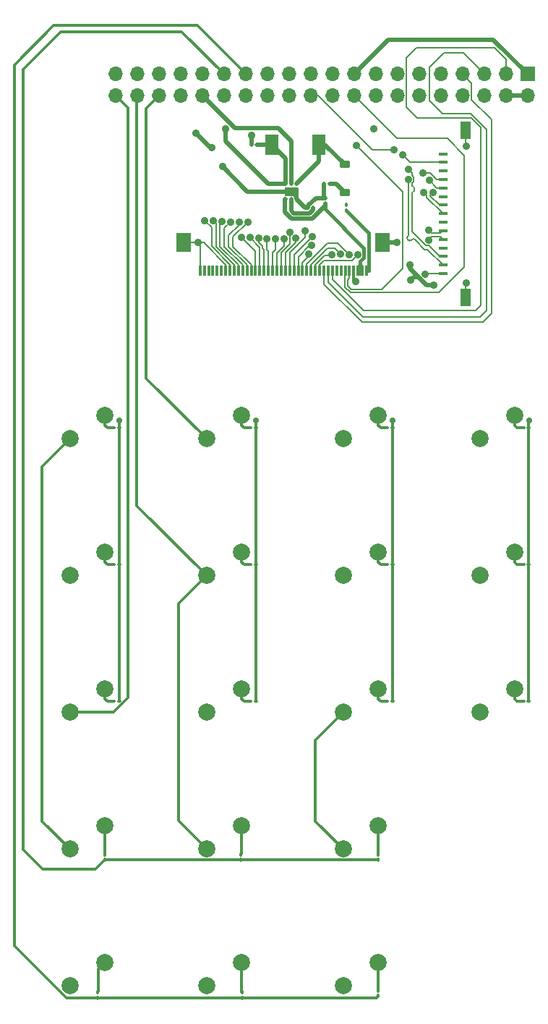
<source format=gtl>
G04 #@! TF.GenerationSoftware,KiCad,Pcbnew,9.0.3*
G04 #@! TF.CreationDate,2025-08-28T23:08:16-05:00*
G04 #@! TF.ProjectId,PiPhoneV0,50695068-6f6e-4655-9630-2e6b69636164,rev?*
G04 #@! TF.SameCoordinates,Original*
G04 #@! TF.FileFunction,Copper,L1,Top*
G04 #@! TF.FilePolarity,Positive*
%FSLAX46Y46*%
G04 Gerber Fmt 4.6, Leading zero omitted, Abs format (unit mm)*
G04 Created by KiCad (PCBNEW 9.0.3) date 2025-08-28 23:08:16*
%MOMM*%
%LPD*%
G01*
G04 APERTURE LIST*
G04 Aperture macros list*
%AMRoundRect*
0 Rectangle with rounded corners*
0 $1 Rounding radius*
0 $2 $3 $4 $5 $6 $7 $8 $9 X,Y pos of 4 corners*
0 Add a 4 corners polygon primitive as box body*
4,1,4,$2,$3,$4,$5,$6,$7,$8,$9,$2,$3,0*
0 Add four circle primitives for the rounded corners*
1,1,$1+$1,$2,$3*
1,1,$1+$1,$4,$5*
1,1,$1+$1,$6,$7*
1,1,$1+$1,$8,$9*
0 Add four rect primitives between the rounded corners*
20,1,$1+$1,$2,$3,$4,$5,0*
20,1,$1+$1,$4,$5,$6,$7,0*
20,1,$1+$1,$6,$7,$8,$9,0*
20,1,$1+$1,$8,$9,$2,$3,0*%
G04 Aperture macros list end*
G04 #@! TA.AperFunction,Conductor*
%ADD10C,0.200000*%
G04 #@! TD*
G04 #@! TA.AperFunction,SMDPad,CuDef*
%ADD11RoundRect,0.100000X0.130000X0.100000X-0.130000X0.100000X-0.130000X-0.100000X0.130000X-0.100000X0*%
G04 #@! TD*
G04 #@! TA.AperFunction,ComponentPad*
%ADD12C,2.000000*%
G04 #@! TD*
G04 #@! TA.AperFunction,SMDPad,CuDef*
%ADD13RoundRect,0.100000X-0.130000X-0.100000X0.130000X-0.100000X0.130000X0.100000X-0.130000X0.100000X0*%
G04 #@! TD*
G04 #@! TA.AperFunction,SMDPad,CuDef*
%ADD14R,1.000000X0.400000*%
G04 #@! TD*
G04 #@! TA.AperFunction,SMDPad,CuDef*
%ADD15R,1.300000X2.000000*%
G04 #@! TD*
G04 #@! TA.AperFunction,SMDPad,CuDef*
%ADD16RoundRect,0.100000X0.100000X-0.130000X0.100000X0.130000X-0.100000X0.130000X-0.100000X-0.130000X0*%
G04 #@! TD*
G04 #@! TA.AperFunction,SMDPad,CuDef*
%ADD17R,0.300000X1.300000*%
G04 #@! TD*
G04 #@! TA.AperFunction,SMDPad,CuDef*
%ADD18R,1.800000X2.200000*%
G04 #@! TD*
G04 #@! TA.AperFunction,SMDPad,CuDef*
%ADD19RoundRect,0.093750X0.106250X-0.093750X0.106250X0.093750X-0.106250X0.093750X-0.106250X-0.093750X0*%
G04 #@! TD*
G04 #@! TA.AperFunction,HeatsinkPad*
%ADD20R,1.600000X1.000000*%
G04 #@! TD*
G04 #@! TA.AperFunction,SMDPad,CuDef*
%ADD21RoundRect,0.225000X0.375000X-0.225000X0.375000X0.225000X-0.375000X0.225000X-0.375000X-0.225000X0*%
G04 #@! TD*
G04 #@! TA.AperFunction,SMDPad,CuDef*
%ADD22R,1.500000X2.400000*%
G04 #@! TD*
G04 #@! TA.AperFunction,SMDPad,CuDef*
%ADD23RoundRect,0.100000X-0.100000X0.130000X-0.100000X-0.130000X0.100000X-0.130000X0.100000X0.130000X0*%
G04 #@! TD*
G04 #@! TA.AperFunction,ComponentPad*
%ADD24R,1.700000X1.700000*%
G04 #@! TD*
G04 #@! TA.AperFunction,ComponentPad*
%ADD25O,1.700000X1.700000*%
G04 #@! TD*
G04 #@! TA.AperFunction,ViaPad*
%ADD26C,0.900000*%
G04 #@! TD*
G04 #@! TA.AperFunction,ViaPad*
%ADD27C,0.700000*%
G04 #@! TD*
G04 #@! TA.AperFunction,Conductor*
%ADD28C,0.500000*%
G04 #@! TD*
G04 #@! TA.AperFunction,Conductor*
%ADD29C,0.300000*%
G04 #@! TD*
G04 #@! TA.AperFunction,Conductor*
%ADD30C,0.400000*%
G04 #@! TD*
G04 APERTURE END LIST*
D10*
X137300000Y-118900000D02*
X136700000Y-118900000D01*
X136700000Y-117800000D01*
X137300000Y-117800000D01*
X137300000Y-118900000D01*
G04 #@! TA.AperFunction,Conductor*
G36*
X137300000Y-118900000D02*
G01*
X136700000Y-118900000D01*
X136700000Y-117800000D01*
X137300000Y-117800000D01*
X137300000Y-118900000D01*
G37*
G04 #@! TD.AperFunction*
X129740645Y-110100000D02*
X129400000Y-110000000D01*
X129200000Y-109100000D01*
X129700000Y-108700000D01*
X129740645Y-110100000D01*
G04 #@! TA.AperFunction,Conductor*
G36*
X129740645Y-110100000D02*
G01*
X129400000Y-110000000D01*
X129200000Y-109100000D01*
X129700000Y-108700000D01*
X129740645Y-110100000D01*
G37*
G04 #@! TD.AperFunction*
D11*
X108754394Y-168720379D03*
X108114394Y-168720379D03*
D12*
X119000000Y-202050000D03*
X123130000Y-199300000D03*
D13*
X124280000Y-103600000D03*
X124920000Y-103600000D03*
D11*
X140754394Y-168720379D03*
X140114394Y-168720379D03*
D12*
X103000000Y-202050000D03*
X107130000Y-199300000D03*
X135000000Y-202050000D03*
X139130000Y-199300000D03*
X135000000Y-154050000D03*
X139130000Y-151300000D03*
D14*
X146680000Y-118700000D03*
X146680000Y-117700000D03*
X146680000Y-116700000D03*
X146680000Y-115700000D03*
X146680000Y-114700000D03*
X146680000Y-113700000D03*
X146680000Y-112700000D03*
X146680000Y-111700000D03*
X146680000Y-110700000D03*
X146680000Y-109700000D03*
X146680000Y-108700000D03*
X146680000Y-107700000D03*
X146680000Y-106700000D03*
X146680000Y-105700000D03*
X146680000Y-104700000D03*
D15*
X149380000Y-121500000D03*
X149380000Y-101900000D03*
D16*
X106255000Y-203420000D03*
X106255000Y-202780000D03*
D13*
X132780000Y-108200000D03*
X133420000Y-108200000D03*
D11*
X124754394Y-152720379D03*
X124114394Y-152720379D03*
D17*
X137750000Y-118350000D03*
X137250000Y-118350000D03*
X136750000Y-118350000D03*
X136250000Y-118350000D03*
X135750000Y-118350000D03*
X135250000Y-118350000D03*
X134750000Y-118350000D03*
X134250000Y-118350000D03*
X133750000Y-118350000D03*
X133250000Y-118350000D03*
X132750000Y-118350000D03*
X132250000Y-118350000D03*
X131750000Y-118350000D03*
X131250000Y-118350000D03*
X130750000Y-118350000D03*
X130250000Y-118350000D03*
X129750000Y-118350000D03*
X129250000Y-118350000D03*
X128750000Y-118350000D03*
X128250000Y-118350000D03*
X127750000Y-118350000D03*
X127250000Y-118350000D03*
X126750000Y-118350000D03*
X126250000Y-118350000D03*
X125750000Y-118350000D03*
X125250000Y-118350000D03*
X124750000Y-118350000D03*
X124250000Y-118350000D03*
X123750000Y-118350000D03*
X123250000Y-118350000D03*
X122750000Y-118350000D03*
X122250000Y-118350000D03*
X121750000Y-118350000D03*
X121250000Y-118350000D03*
X120750000Y-118350000D03*
X120250000Y-118350000D03*
X119750000Y-118350000D03*
X119250000Y-118350000D03*
X118750000Y-118350000D03*
X118250000Y-118350000D03*
D18*
X139650000Y-115100000D03*
X116350000Y-115100000D03*
D12*
X103000000Y-138050000D03*
X107130000Y-135300000D03*
D16*
X139100000Y-203220000D03*
X139100000Y-202580000D03*
D11*
X140754394Y-152720379D03*
X140114394Y-152720379D03*
X156754394Y-168720379D03*
X156114394Y-168720379D03*
X156754394Y-136720379D03*
X156114394Y-136720379D03*
D12*
X151000000Y-138050000D03*
X155130000Y-135300000D03*
X135000000Y-170050000D03*
X139130000Y-167300000D03*
D16*
X123055000Y-187300000D03*
X123055000Y-186660000D03*
D12*
X103000000Y-186050000D03*
X107130000Y-183300000D03*
D13*
X130880000Y-111000000D03*
X131520000Y-111000000D03*
D16*
X123155000Y-203420000D03*
X123155000Y-202780000D03*
D12*
X119000000Y-186050000D03*
X123130000Y-183300000D03*
D11*
X108754394Y-136720379D03*
X108114394Y-136720379D03*
D19*
X128250000Y-109987500D03*
X128900000Y-109987500D03*
X129550000Y-109987500D03*
X129550000Y-108212500D03*
X128900000Y-108212500D03*
X128250000Y-108212500D03*
D20*
X128900000Y-109100000D03*
D11*
X140754394Y-136720379D03*
X140114394Y-136720379D03*
D12*
X119000000Y-154050000D03*
X123130000Y-151300000D03*
D16*
X132900000Y-110500000D03*
X132900000Y-109860000D03*
D12*
X119000000Y-138050000D03*
X123130000Y-135300000D03*
D21*
X135200000Y-109250000D03*
X135200000Y-105950000D03*
D12*
X119000000Y-170050000D03*
X123130000Y-167300000D03*
X135000000Y-186050000D03*
X139130000Y-183300000D03*
X103000000Y-154050000D03*
X107130000Y-151300000D03*
D11*
X124754394Y-136720379D03*
X124114394Y-136720379D03*
X156754394Y-152720379D03*
X156114394Y-152720379D03*
D12*
X151000000Y-154050000D03*
X155130000Y-151300000D03*
D22*
X126650000Y-103600000D03*
X132150000Y-103600000D03*
D11*
X124754394Y-168720379D03*
X124114394Y-168720379D03*
D12*
X151000000Y-170050000D03*
X155130000Y-167300000D03*
D16*
X107100000Y-187300000D03*
X107100000Y-186660000D03*
X139100000Y-187300000D03*
X139100000Y-186660000D03*
D12*
X103000000Y-170050000D03*
X107130000Y-167300000D03*
X135000000Y-138050000D03*
X139130000Y-135300000D03*
D23*
X135400000Y-110700000D03*
X135400000Y-111340000D03*
D11*
X108754394Y-152720379D03*
X108114394Y-152720379D03*
D24*
X156614807Y-95366838D03*
D25*
X156614807Y-97906838D03*
X154074807Y-95366838D03*
X154074807Y-97906838D03*
X151534807Y-95366838D03*
X151534807Y-97906838D03*
X148994807Y-95366838D03*
X148994807Y-97906838D03*
X146454807Y-95366838D03*
X146454807Y-97906838D03*
X143914807Y-95366838D03*
X143914807Y-97906838D03*
X141374807Y-95366838D03*
X141374807Y-97906838D03*
X138834807Y-95366838D03*
X138834807Y-97906838D03*
X136294807Y-95366838D03*
X136294807Y-97906838D03*
X133754807Y-95366838D03*
X133754807Y-97906838D03*
X131214807Y-95366838D03*
X131214807Y-97906838D03*
X128674807Y-95366838D03*
X128674807Y-97906838D03*
X126134807Y-95366838D03*
X126134807Y-97906838D03*
X123594807Y-95366838D03*
X123594807Y-97906838D03*
X121054807Y-95366838D03*
X121054807Y-97906838D03*
X118514807Y-95366838D03*
X118514807Y-97906838D03*
X115974807Y-95366838D03*
X115974807Y-97906838D03*
X113434807Y-95366838D03*
X113434807Y-97906838D03*
X110894807Y-95366838D03*
X110894807Y-97906838D03*
X108354807Y-95366838D03*
X108354807Y-97906838D03*
D26*
X145600000Y-120100000D03*
X118000000Y-115100000D03*
X149400000Y-103800000D03*
X119600000Y-104000000D03*
X149400000Y-119800000D03*
X142800000Y-117700000D03*
X124300000Y-102500000D03*
X141300000Y-115100000D03*
X117800000Y-102300000D03*
X120900000Y-106200000D03*
X138568022Y-101748783D03*
X142900000Y-119500000D03*
X136500000Y-119600000D03*
X141000000Y-104200000D03*
D27*
X108800000Y-135900000D03*
X124800000Y-135900000D03*
X140800000Y-135900000D03*
X156800000Y-135900000D03*
D26*
X121200000Y-101800000D03*
X136695506Y-116511182D03*
X123823903Y-112673666D03*
X128749240Y-113863110D03*
X118800000Y-112500000D03*
X135695669Y-116493002D03*
X122824452Y-112706871D03*
X125099237Y-114539103D03*
X129467310Y-114559085D03*
X130588674Y-113730565D03*
X120823314Y-112593553D03*
X133703724Y-116486232D03*
X130980633Y-116438607D03*
X127100003Y-114600000D03*
X126100000Y-114600000D03*
X128099240Y-114639103D03*
X124100000Y-114500000D03*
X131280265Y-115401350D03*
X123100000Y-114500000D03*
X131381811Y-114380565D03*
X121824928Y-112675927D03*
X119799947Y-112489425D03*
X134700000Y-116400000D03*
X145100000Y-107800000D03*
X145575000Y-109200000D03*
X144425000Y-109200000D03*
X141969103Y-104805541D03*
X144600000Y-118800000D03*
X144376082Y-106900000D03*
X145000000Y-113625000D03*
X145000000Y-114775000D03*
X142625102Y-107675000D03*
X142625102Y-106525000D03*
X136550000Y-103700000D03*
D28*
X142800000Y-118132786D02*
X143833607Y-119166393D01*
X124300000Y-102800000D02*
X124280000Y-102820000D01*
D10*
X149400000Y-103800000D02*
X149400000Y-103440000D01*
D28*
X131789418Y-109860000D02*
X130880000Y-110769418D01*
D10*
X149400000Y-103440000D02*
X149380000Y-103420000D01*
X118702000Y-115100000D02*
X118000000Y-115100000D01*
X121250000Y-118350000D02*
X121250000Y-117648000D01*
X149380000Y-121500000D02*
X149380000Y-119820000D01*
X118250000Y-118350000D02*
X118250000Y-115350000D01*
D28*
X132780000Y-108200000D02*
X132780000Y-109740000D01*
D10*
X129550000Y-109987500D02*
X129550000Y-109750000D01*
D28*
X144767214Y-120100000D02*
X145600000Y-120100000D01*
X142800000Y-117700000D02*
X142800000Y-118132786D01*
D10*
X149380000Y-103420000D02*
X149380000Y-101900000D01*
D28*
X142900000Y-119500000D02*
X143233607Y-119166393D01*
X143833607Y-119166393D02*
X144767214Y-120100000D01*
X124280000Y-102820000D02*
X124280000Y-103600000D01*
X120900000Y-106200000D02*
X123800000Y-109100000D01*
D10*
X116350000Y-115100000D02*
X118000000Y-115100000D01*
D28*
X132900000Y-109860000D02*
X131789418Y-109860000D01*
X141300000Y-115100000D02*
X139650000Y-115100000D01*
D29*
X136250000Y-119350000D02*
X136500000Y-119600000D01*
D28*
X132780000Y-109740000D02*
X132900000Y-109860000D01*
X130562500Y-111000000D02*
X129550000Y-109987500D01*
X130880000Y-110769418D02*
X130880000Y-111000000D01*
X130880000Y-111000000D02*
X130562500Y-111000000D01*
D29*
X136250000Y-118350000D02*
X136250000Y-119350000D01*
D28*
X143233607Y-119166393D02*
X143833607Y-119166393D01*
D10*
X118250000Y-115350000D02*
X118000000Y-115100000D01*
D28*
X119500000Y-104000000D02*
X117800000Y-102300000D01*
D10*
X121250000Y-117648000D02*
X118702000Y-115100000D01*
D28*
X119600000Y-104000000D02*
X119500000Y-104000000D01*
X123800000Y-109100000D02*
X128900000Y-109100000D01*
D10*
X149380000Y-119820000D02*
X149400000Y-119800000D01*
D28*
X124300000Y-102500000D02*
X124300000Y-102800000D01*
D10*
X154074807Y-95366838D02*
X154074807Y-93674807D01*
X151100000Y-101568000D02*
X151100000Y-122400000D01*
X137400000Y-123000000D02*
X133750000Y-119350000D01*
X133750000Y-119350000D02*
X133750000Y-118350000D01*
X152700000Y-92300000D02*
X143600000Y-92300000D01*
X151100000Y-122400000D02*
X150500000Y-123000000D01*
X150032000Y-100500000D02*
X151100000Y-101568000D01*
X150500000Y-123000000D02*
X137400000Y-123000000D01*
X142425807Y-93474193D02*
X142425807Y-99225807D01*
X143700000Y-100500000D02*
X150032000Y-100500000D01*
X154074807Y-93674807D02*
X152700000Y-92300000D01*
X143600000Y-92300000D02*
X142425807Y-93474193D01*
X142425807Y-99225807D02*
X143700000Y-100500000D01*
X137300000Y-123800000D02*
X151000000Y-123800000D01*
X151800000Y-123000000D02*
X151800000Y-101842322D01*
X149957678Y-100000000D02*
X146600000Y-100000000D01*
X151000000Y-123800000D02*
X151800000Y-123000000D01*
X146800000Y-92900000D02*
X149067969Y-92900000D01*
X133250000Y-119750000D02*
X137300000Y-123800000D01*
X145100000Y-94600000D02*
X146800000Y-92900000D01*
X146600000Y-100000000D02*
X145100000Y-98500000D01*
X133250000Y-118350000D02*
X133250000Y-119750000D01*
X145100000Y-98500000D02*
X145100000Y-94600000D01*
X151800000Y-101842322D02*
X149957678Y-100000000D01*
X149067969Y-92900000D02*
X151534807Y-95366838D01*
X132750000Y-118350000D02*
X132750000Y-118650000D01*
X150045807Y-98342177D02*
X150045807Y-96417838D01*
X152400000Y-100696370D02*
X150045807Y-98342177D01*
X132750000Y-118650000D02*
X132800000Y-118700000D01*
X132750000Y-118350000D02*
X132750000Y-119950000D01*
X137200000Y-124400000D02*
X151400000Y-124400000D01*
X150045807Y-96417838D02*
X148994807Y-95366838D01*
X132750000Y-119950000D02*
X137200000Y-124400000D01*
X152400000Y-123400000D02*
X152400000Y-100696370D01*
X151400000Y-124400000D02*
X152400000Y-123400000D01*
X141287969Y-102900000D02*
X136294807Y-97906838D01*
X146199000Y-120901000D02*
X149200000Y-117900000D01*
X147200000Y-102900000D02*
X141287969Y-102900000D01*
X135248000Y-120273678D02*
X135875322Y-120901000D01*
X149200000Y-117900000D02*
X149200000Y-104900000D01*
X149200000Y-104900000D02*
X147200000Y-102900000D01*
X135250000Y-118350000D02*
X135248000Y-118352000D01*
X135875322Y-120901000D02*
X146199000Y-120901000D01*
X135248000Y-118352000D02*
X135248000Y-120273678D01*
X138400000Y-104200000D02*
X132106838Y-97906838D01*
X132106838Y-97906838D02*
X131214807Y-97906838D01*
X141000000Y-104200000D02*
X138400000Y-104200000D01*
D29*
X138900000Y-203420000D02*
X123155000Y-203420000D01*
X96500000Y-197319182D02*
X96500000Y-94300000D01*
X117927969Y-89700000D02*
X123594807Y-95366838D01*
X96500000Y-94300000D02*
X101100000Y-89700000D01*
X101100000Y-89700000D02*
X117927969Y-89700000D01*
X102600818Y-203420000D02*
X96500000Y-197319182D01*
X106255000Y-203420000D02*
X102600818Y-203420000D01*
X139100000Y-203220000D02*
X138900000Y-203420000D01*
X106255000Y-203420000D02*
X123155000Y-203420000D01*
X99800000Y-188400000D02*
X97500000Y-186100000D01*
X97500000Y-94800000D02*
X101900000Y-90400000D01*
X107100000Y-187300000D02*
X123055000Y-187300000D01*
X107100000Y-187300000D02*
X106000000Y-188400000D01*
X101900000Y-90400000D02*
X116087969Y-90400000D01*
X106000000Y-188400000D02*
X99800000Y-188400000D01*
X97500000Y-186100000D02*
X97500000Y-94800000D01*
X123055000Y-187300000D02*
X139100000Y-187300000D01*
X116087969Y-90400000D02*
X121054807Y-95366838D01*
X108754394Y-168720379D02*
X108754394Y-152720379D01*
X108754394Y-136720379D02*
X108754394Y-152720379D01*
X108754394Y-136720379D02*
X108754394Y-135945606D01*
X108754394Y-135945606D02*
X108800000Y-135900000D01*
D28*
X118514807Y-97906838D02*
X122306969Y-101699000D01*
X122306969Y-101699000D02*
X127401000Y-101699000D01*
X127401000Y-101699000D02*
X128900000Y-103198000D01*
X128900000Y-103198000D02*
X128900000Y-108212500D01*
D29*
X124754394Y-136720379D02*
X124754394Y-135945606D01*
X124754394Y-168720379D02*
X124754394Y-152720379D01*
X124754394Y-135945606D02*
X124800000Y-135900000D01*
X124754394Y-136720379D02*
X124754394Y-152720379D01*
X140754394Y-168720379D02*
X140754394Y-152720379D01*
X140754394Y-136720379D02*
X140754394Y-152720379D01*
X140754394Y-135945606D02*
X140800000Y-135900000D01*
X140754394Y-136720379D02*
X140754394Y-135945606D01*
X103000000Y-186050000D02*
X99724000Y-182774000D01*
X113434807Y-97906838D02*
X111900000Y-99441645D01*
X99724000Y-182774000D02*
X99724000Y-141326000D01*
X111900000Y-130950000D02*
X119000000Y-138050000D01*
X99724000Y-141326000D02*
X103000000Y-138050000D01*
X111900000Y-99441645D02*
X111900000Y-130950000D01*
X156754394Y-168720379D02*
X156754394Y-152720379D01*
X156754394Y-136720379D02*
X156754394Y-135945606D01*
X156754394Y-135945606D02*
X156800000Y-135900000D01*
X156754394Y-136720379D02*
X156754394Y-152720379D01*
X119000000Y-186050000D02*
X115700000Y-182750000D01*
X110894807Y-97906838D02*
X110800000Y-98001645D01*
X115700000Y-157350000D02*
X119000000Y-154050000D01*
X115700000Y-182750000D02*
X115700000Y-157350000D01*
X110800000Y-145850000D02*
X119000000Y-154050000D01*
X110800000Y-98001645D02*
X110800000Y-145850000D01*
X109800000Y-168333223D02*
X108083223Y-170050000D01*
X131724000Y-182774000D02*
X131724000Y-173326000D01*
X131724000Y-173326000D02*
X135000000Y-170050000D01*
X108354807Y-97906838D02*
X109800000Y-99352031D01*
X108083223Y-170050000D02*
X103000000Y-170050000D01*
X135000000Y-186050000D02*
X131724000Y-182774000D01*
X109800000Y-99352031D02*
X109800000Y-168333223D01*
D28*
X128250000Y-108212500D02*
X128250000Y-105200000D01*
X121200000Y-103200000D02*
X126212500Y-108212500D01*
X126212500Y-108212500D02*
X128250000Y-108212500D01*
X154074807Y-97906838D02*
X156614807Y-97906838D01*
X126650000Y-103600000D02*
X124920000Y-103600000D01*
X121200000Y-101800000D02*
X121200000Y-103200000D01*
X128250000Y-105200000D02*
X126650000Y-103600000D01*
X156614807Y-95366838D02*
X152596969Y-91349000D01*
X140312645Y-91349000D02*
X136294807Y-95366838D01*
X152596969Y-91349000D02*
X140312645Y-91349000D01*
D29*
X107130000Y-136450000D02*
X107400379Y-136720379D01*
X107400379Y-136720379D02*
X108114394Y-136720379D01*
X107130000Y-135300000D02*
X107130000Y-136450000D01*
X107130000Y-151300000D02*
X107130000Y-152450000D01*
X107130000Y-152450000D02*
X107400379Y-152720379D01*
X107400379Y-152720379D02*
X108114394Y-152720379D01*
X107130000Y-168450000D02*
X107400379Y-168720379D01*
X107400379Y-168720379D02*
X108114394Y-168720379D01*
X107130000Y-167300000D02*
X107130000Y-168450000D01*
X123130000Y-136450000D02*
X123400379Y-136720379D01*
X123130000Y-135300000D02*
X123130000Y-136450000D01*
X123400379Y-136720379D02*
X124114394Y-136720379D01*
X123400379Y-152720379D02*
X124114394Y-152720379D01*
X123130000Y-152450000D02*
X123400379Y-152720379D01*
X123130000Y-151300000D02*
X123130000Y-152450000D01*
X123130000Y-167300000D02*
X123130000Y-168450000D01*
X123400379Y-168720379D02*
X124114394Y-168720379D01*
X123130000Y-168450000D02*
X123400379Y-168720379D01*
X139400379Y-136720379D02*
X140114394Y-136720379D01*
X139130000Y-135300000D02*
X139130000Y-136450000D01*
X139130000Y-136450000D02*
X139400379Y-136720379D01*
X139400379Y-152720379D02*
X140114394Y-152720379D01*
X139130000Y-152450000D02*
X139400379Y-152720379D01*
X139130000Y-151300000D02*
X139130000Y-152450000D01*
X139130000Y-168450000D02*
X139400379Y-168720379D01*
X139400379Y-168720379D02*
X140114394Y-168720379D01*
X139130000Y-167300000D02*
X139130000Y-168450000D01*
X155130000Y-136450000D02*
X155400379Y-136720379D01*
X155130000Y-135300000D02*
X155130000Y-136450000D01*
X155400379Y-136720379D02*
X156114394Y-136720379D01*
X155130000Y-152450000D02*
X155400379Y-152720379D01*
X155400379Y-152720379D02*
X156114394Y-152720379D01*
X155130000Y-151300000D02*
X155130000Y-152450000D01*
X155130000Y-167300000D02*
X155130000Y-168450000D01*
X155400379Y-168720379D02*
X156114394Y-168720379D01*
X155130000Y-168450000D02*
X155400379Y-168720379D01*
X107130000Y-186630000D02*
X107100000Y-186660000D01*
X107130000Y-183300000D02*
X107130000Y-186630000D01*
X123130000Y-183300000D02*
X123130000Y-186585000D01*
X123130000Y-186585000D02*
X123055000Y-186660000D01*
X139130000Y-186630000D02*
X139100000Y-186660000D01*
X139130000Y-183300000D02*
X139130000Y-186630000D01*
X106355000Y-202680000D02*
X106255000Y-202780000D01*
X107130000Y-199330000D02*
X107200000Y-199400000D01*
X106355000Y-200105000D02*
X106355000Y-202680000D01*
X107130000Y-199300000D02*
X107130000Y-199330000D01*
X107060000Y-199400000D02*
X106355000Y-200105000D01*
X107200000Y-199400000D02*
X107060000Y-199400000D01*
X123155000Y-202780000D02*
X123130000Y-202755000D01*
X123130000Y-202755000D02*
X123130000Y-199300000D01*
X139130000Y-199300000D02*
X139130000Y-199370000D01*
X139000000Y-199500000D02*
X139100000Y-199600000D01*
X139130000Y-199370000D02*
X139000000Y-199500000D01*
X139100000Y-199600000D02*
X139100000Y-202580000D01*
D10*
X132250000Y-118350000D02*
X132250000Y-117648000D01*
X132753998Y-117144002D02*
X136062686Y-117144002D01*
X132250000Y-117648000D02*
X132753998Y-117144002D01*
X136062686Y-117144002D02*
X136695506Y-116511182D01*
X122100000Y-115572322D02*
X122100000Y-114397569D01*
X124250000Y-117722322D02*
X122100000Y-115572322D01*
X122100000Y-114397569D02*
X123823903Y-112673666D01*
X124250000Y-118350000D02*
X124250000Y-117722322D01*
X127750000Y-116275678D02*
X127750000Y-118350000D01*
X128800000Y-115225678D02*
X127750000Y-116275678D01*
X128800000Y-113913870D02*
X128800000Y-115225678D01*
X128749240Y-113863110D02*
X128800000Y-113913870D01*
X118800000Y-112500000D02*
X119600000Y-113300000D01*
X119600000Y-113300000D02*
X119600000Y-115500000D01*
X119600000Y-115500000D02*
X121750000Y-117650000D01*
X121750000Y-117650000D02*
X121750000Y-118350000D01*
X135695669Y-116493002D02*
X135695669Y-116475015D01*
X130750000Y-117589894D02*
X130750000Y-118350000D01*
X135695669Y-116475015D02*
X134390601Y-115169947D01*
X133169947Y-115169947D02*
X130750000Y-117589894D01*
X134390601Y-115169947D02*
X133169947Y-115169947D01*
X121600000Y-115572322D02*
X123750000Y-117722322D01*
X121600000Y-114248904D02*
X121600000Y-115572322D01*
X122824452Y-112706871D02*
X122824452Y-113024452D01*
X122824452Y-113024452D02*
X121600000Y-114248904D01*
X123750000Y-117722322D02*
X123750000Y-118350000D01*
X125551000Y-115751006D02*
X125750000Y-115950006D01*
X125099237Y-114539103D02*
X125099237Y-115073559D01*
X125551000Y-115525322D02*
X125551000Y-115751006D01*
X125099237Y-115073559D02*
X125551000Y-115525322D01*
X125750000Y-115950006D02*
X125750000Y-118350000D01*
X129467310Y-114559085D02*
X129467310Y-115043310D01*
X129467310Y-115043310D02*
X128250000Y-116260620D01*
X128250000Y-116260620D02*
X128250000Y-118350000D01*
X130588674Y-113730565D02*
X130538752Y-113780487D01*
X128750000Y-116250000D02*
X128750000Y-118350000D01*
X130538752Y-113780487D02*
X130538752Y-114461248D01*
X130538752Y-114461248D02*
X128750000Y-116250000D01*
X122750000Y-117722322D02*
X122750000Y-118350000D01*
X120600000Y-115572322D02*
X122750000Y-117722322D01*
X120823314Y-112593553D02*
X120600000Y-112816867D01*
X120600000Y-112816867D02*
X120600000Y-115572322D01*
X132800000Y-116600000D02*
X131750000Y-117650000D01*
X131750000Y-117650000D02*
X131750000Y-118350000D01*
X133589956Y-116600000D02*
X132800000Y-116600000D01*
X133703724Y-116486232D02*
X133589956Y-116600000D01*
X130980633Y-116438607D02*
X130980633Y-116664287D01*
X130980633Y-116664287D02*
X130250000Y-117394920D01*
X130250000Y-117394920D02*
X130250000Y-118350000D01*
D28*
X131520000Y-111000000D02*
X131520000Y-111230582D01*
X131089962Y-111660620D02*
X129208594Y-111660620D01*
X131520000Y-111230582D02*
X131089962Y-111660620D01*
X129208594Y-111660620D02*
X128900000Y-111352026D01*
X128900000Y-111352026D02*
X128900000Y-109987500D01*
D10*
X126750000Y-116250012D02*
X126750000Y-118350000D01*
X127100003Y-115900009D02*
X126750000Y-116250012D01*
X127100003Y-114600000D02*
X127100003Y-115900009D01*
X126250000Y-116050000D02*
X126250000Y-118350000D01*
X126083561Y-114616439D02*
X126083561Y-115883561D01*
X126100000Y-114600000D02*
X126083561Y-114616439D01*
X126083561Y-115883561D02*
X126250000Y-116050000D01*
X128099240Y-115500760D02*
X127250000Y-116350000D01*
X128099240Y-114639103D02*
X128099240Y-115500760D01*
X127250000Y-116350000D02*
X127250000Y-118350000D01*
X124100000Y-114500000D02*
X125250000Y-115650000D01*
X125250000Y-115650000D02*
X125250000Y-118350000D01*
X129750000Y-116750000D02*
X129750000Y-118350000D01*
X131280265Y-115401350D02*
X131098650Y-115401350D01*
X131098650Y-115401350D02*
X129750000Y-116750000D01*
X124700000Y-116100000D02*
X124700000Y-116843288D01*
X124700000Y-116843288D02*
X124750000Y-116893288D01*
X124750000Y-116893288D02*
X124750000Y-118350000D01*
X123100000Y-114500000D02*
X124700000Y-116100000D01*
X129250000Y-116512376D02*
X129250000Y-118350000D01*
X131381811Y-114380565D02*
X129250000Y-116512376D01*
X123250000Y-117722322D02*
X123250000Y-118350000D01*
X121100000Y-113400855D02*
X121100000Y-115572322D01*
X121100000Y-115572322D02*
X123250000Y-117722322D01*
X121824928Y-112675927D02*
X121100000Y-113400855D01*
X120100000Y-115572322D02*
X122250000Y-117722322D01*
X122250000Y-117722322D02*
X122250000Y-118350000D01*
X120100000Y-112789478D02*
X120100000Y-115572322D01*
X119799947Y-112489425D02*
X120100000Y-112789478D01*
X134060320Y-115760320D02*
X133137680Y-115760320D01*
X134700000Y-116400000D02*
X134060320Y-115760320D01*
X131250000Y-117648000D02*
X131250000Y-118350000D01*
X133137680Y-115760320D02*
X131250000Y-117648000D01*
X146000000Y-108700000D02*
X145100000Y-107800000D01*
X146680000Y-108700000D02*
X146000000Y-108700000D01*
X145225001Y-109549999D02*
X145575000Y-109200000D01*
X145225001Y-109608604D02*
X145225001Y-109549999D01*
X146316397Y-110700000D02*
X145225001Y-109608604D01*
X146680000Y-110700000D02*
X146316397Y-110700000D01*
X146680000Y-111700000D02*
X144774999Y-109794999D01*
X144774999Y-109549999D02*
X144425000Y-109200000D01*
X144774999Y-109794999D02*
X144774999Y-109549999D01*
X141969103Y-104805541D02*
X142863562Y-105700000D01*
X142863562Y-105700000D02*
X146680000Y-105700000D01*
X144600000Y-118800000D02*
X144700000Y-118700000D01*
X144700000Y-118700000D02*
X146680000Y-118700000D01*
X145200003Y-106900000D02*
X146000003Y-107700000D01*
X144376082Y-106900000D02*
X145200003Y-106900000D01*
X146000003Y-107700000D02*
X146680000Y-107700000D01*
X146405001Y-113974999D02*
X145349999Y-113974999D01*
X146680000Y-113700000D02*
X146405001Y-113974999D01*
X145349999Y-113974999D02*
X145000000Y-113625000D01*
X146405001Y-114425001D02*
X145349999Y-114425001D01*
X145349999Y-114425001D02*
X145000000Y-114775000D01*
X146680000Y-114700000D02*
X146405001Y-114425001D01*
X142554792Y-114706255D02*
X142639644Y-114791107D01*
X143473630Y-114805652D02*
X144543958Y-115875980D01*
X143388776Y-114720797D02*
X143473630Y-114805652D01*
X142625102Y-114296535D02*
X142554792Y-114366844D01*
X144543958Y-115875980D02*
X144855980Y-115875980D01*
X142979056Y-114791107D02*
X143049365Y-114720797D01*
X142625102Y-113804198D02*
X142625102Y-113957124D01*
X144855980Y-115875980D02*
X146680000Y-117700000D01*
X142625102Y-113154198D02*
X142625102Y-113804198D01*
X142625102Y-107675000D02*
X142625102Y-113154198D01*
X142639644Y-114791107D02*
G75*
G03*
X142979056Y-114791107I169706J169704D01*
G01*
X142554792Y-114366844D02*
G75*
G03*
X142554841Y-114706205I169708J-169656D01*
G01*
X142625102Y-113957124D02*
G75*
G02*
X142625073Y-114296505I-169702J-169676D01*
G01*
X143049365Y-114720797D02*
G75*
G02*
X143388776Y-114720796I169706J-169707D01*
G01*
X143075102Y-111584055D02*
X143075102Y-113770756D01*
X143276102Y-107405346D02*
X143276102Y-107944654D01*
X142625102Y-106525000D02*
X143075102Y-106975000D01*
X143075102Y-108145654D02*
X143075102Y-108437534D01*
X143276102Y-107944654D02*
X143075102Y-108145654D01*
X143075102Y-109637534D02*
X143075102Y-111584055D01*
X145042397Y-115426000D02*
X146316397Y-116700000D01*
X143075102Y-106975000D02*
X143075102Y-107204346D01*
X143075102Y-109261448D02*
X143075102Y-109637534D01*
X144730346Y-115426000D02*
X145042397Y-115426000D01*
X143299016Y-108661448D02*
X143299016Y-109037534D01*
X143075102Y-113770756D02*
X144730346Y-115426000D01*
X143075102Y-107204346D02*
X143276102Y-107405346D01*
X146316397Y-116700000D02*
X146680000Y-116700000D01*
X143187059Y-109149491D02*
G75*
G03*
X143075191Y-109261448I41J-111909D01*
G01*
X143187059Y-108549491D02*
G75*
G02*
X143299009Y-108661448I41J-111909D01*
G01*
X143299016Y-109037534D02*
G75*
G02*
X143187059Y-109149416I-111916J34D01*
G01*
X143075102Y-108437534D02*
G75*
G03*
X143187059Y-108549498I111998J34D01*
G01*
D28*
X134150000Y-108200000D02*
X135200000Y-109250000D01*
X133420000Y-108200000D02*
X134150000Y-108200000D01*
X132850000Y-103600000D02*
X135200000Y-105950000D01*
X132150000Y-103600000D02*
X132150000Y-105612500D01*
X132150000Y-103600000D02*
X132850000Y-103600000D01*
X132150000Y-105612500D02*
X129550000Y-108212500D01*
D10*
X136000000Y-120600000D02*
X139500000Y-120600000D01*
X142000000Y-109150000D02*
X136550000Y-103700000D01*
X142000000Y-118100000D02*
X142000000Y-109150000D01*
X139500000Y-120600000D02*
X142000000Y-118100000D01*
X135549000Y-119430346D02*
X135549000Y-120149000D01*
X135750000Y-119229346D02*
X135549000Y-119430346D01*
X135750000Y-118350000D02*
X135750000Y-119229346D01*
X135549000Y-120149000D02*
X136000000Y-120600000D01*
D28*
X128212500Y-109987500D02*
X128200000Y-110000000D01*
X128200000Y-111501968D02*
X128959652Y-112261620D01*
X128959652Y-112261620D02*
X131368379Y-112261620D01*
X128250000Y-109987500D02*
X128212500Y-109987500D01*
D30*
X132900000Y-110500000D02*
X132900000Y-111200000D01*
D28*
X128200000Y-110000000D02*
X128200000Y-111501968D01*
D30*
X137446506Y-115746506D02*
X137446506Y-116822257D01*
D28*
X132900000Y-110729999D02*
X132900000Y-110500000D01*
X131368379Y-112261620D02*
X132900000Y-110729999D01*
D30*
X137446506Y-116822257D02*
X137000000Y-117268763D01*
X137000000Y-117268763D02*
X137000000Y-118350000D01*
X132900000Y-111200000D02*
X137446506Y-115746506D01*
X138000000Y-113940000D02*
X135400000Y-111340000D01*
X138000000Y-118400000D02*
X138000000Y-113940000D01*
X137800000Y-118400000D02*
X138000000Y-118400000D01*
X137750000Y-118350000D02*
X137800000Y-118400000D01*
M02*

</source>
